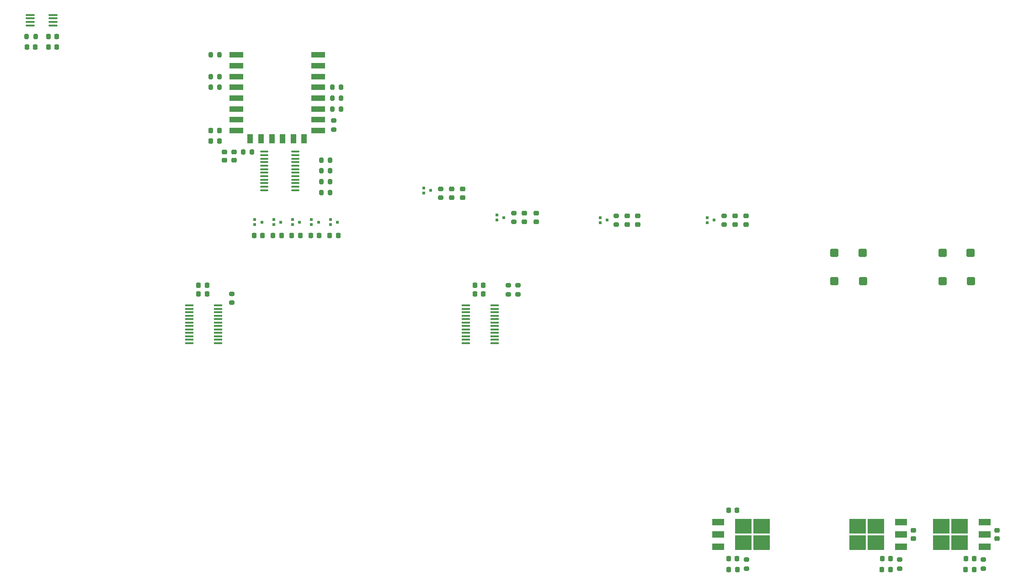
<source format=gbr>
%TF.GenerationSoftware,KiCad,Pcbnew,(6.0.9)*%
%TF.CreationDate,2022-12-30T23:11:11-05:00*%
%TF.ProjectId,reflow,7265666c-6f77-42e6-9b69-6361645f7063,rev?*%
%TF.SameCoordinates,Original*%
%TF.FileFunction,Paste,Top*%
%TF.FilePolarity,Positive*%
%FSLAX46Y46*%
G04 Gerber Fmt 4.6, Leading zero omitted, Abs format (unit mm)*
G04 Created by KiCad (PCBNEW (6.0.9)) date 2022-12-30 23:11:11*
%MOMM*%
%LPD*%
G01*
G04 APERTURE LIST*
G04 Aperture macros list*
%AMRoundRect*
0 Rectangle with rounded corners*
0 $1 Rounding radius*
0 $2 $3 $4 $5 $6 $7 $8 $9 X,Y pos of 4 corners*
0 Add a 4 corners polygon primitive as box body*
4,1,4,$2,$3,$4,$5,$6,$7,$8,$9,$2,$3,0*
0 Add four circle primitives for the rounded corners*
1,1,$1+$1,$2,$3*
1,1,$1+$1,$4,$5*
1,1,$1+$1,$6,$7*
1,1,$1+$1,$8,$9*
0 Add four rect primitives between the rounded corners*
20,1,$1+$1,$2,$3,$4,$5,0*
20,1,$1+$1,$4,$5,$6,$7,0*
20,1,$1+$1,$6,$7,$8,$9,0*
20,1,$1+$1,$8,$9,$2,$3,0*%
G04 Aperture macros list end*
%ADD10RoundRect,0.218750X0.256250X-0.218750X0.256250X0.218750X-0.256250X0.218750X-0.256250X-0.218750X0*%
%ADD11R,1.600000X0.410000*%
%ADD12RoundRect,0.218750X0.218750X0.256250X-0.218750X0.256250X-0.218750X-0.256250X0.218750X-0.256250X0*%
%ADD13RoundRect,0.200000X0.200000X0.275000X-0.200000X0.275000X-0.200000X-0.275000X0.200000X-0.275000X0*%
%ADD14RoundRect,0.200000X-0.275000X0.200000X-0.275000X-0.200000X0.275000X-0.200000X0.275000X0.200000X0*%
%ADD15R,0.600000X0.500000*%
%ADD16RoundRect,0.200000X0.275000X-0.200000X0.275000X0.200000X-0.275000X0.200000X-0.275000X-0.200000X0*%
%ADD17RoundRect,0.225000X-0.250000X0.225000X-0.250000X-0.225000X0.250000X-0.225000X0.250000X0.225000X0*%
%ADD18R,3.050000X2.750000*%
%ADD19R,2.200000X1.200000*%
%ADD20RoundRect,0.225000X-0.225000X-0.250000X0.225000X-0.250000X0.225000X0.250000X-0.225000X0.250000X0*%
%ADD21RoundRect,0.100000X-0.637500X-0.100000X0.637500X-0.100000X0.637500X0.100000X-0.637500X0.100000X0*%
%ADD22R,2.500000X1.000000*%
%ADD23R,1.000000X1.800000*%
%ADD24RoundRect,0.225000X0.225000X0.250000X-0.225000X0.250000X-0.225000X-0.250000X0.225000X-0.250000X0*%
%ADD25RoundRect,0.200000X-0.200000X-0.275000X0.200000X-0.275000X0.200000X0.275000X-0.200000X0.275000X0*%
%ADD26RoundRect,0.100000X-0.712500X-0.100000X0.712500X-0.100000X0.712500X0.100000X-0.712500X0.100000X0*%
%ADD27RoundRect,0.400000X0.400000X0.400000X-0.400000X0.400000X-0.400000X-0.400000X0.400000X-0.400000X0*%
G04 APERTURE END LIST*
D10*
%TO.C,D7*%
X140500000Y-72287500D03*
X140500000Y-70712500D03*
%TD*%
D11*
%TO.C,U7*%
X89945700Y-92307500D03*
X89945700Y-92942500D03*
X89945700Y-93577500D03*
X89945700Y-94212500D03*
X89945700Y-94847500D03*
X89945700Y-95482500D03*
X89945700Y-96117500D03*
X89945700Y-96752500D03*
X89945700Y-97387500D03*
X89945700Y-98022500D03*
X89945700Y-98657500D03*
X89945700Y-99292500D03*
X95254300Y-99292500D03*
X95254300Y-98657500D03*
X95254300Y-98022500D03*
X95254300Y-97387500D03*
X95254300Y-96752500D03*
X95254300Y-96117500D03*
X95254300Y-95482500D03*
X95254300Y-94847500D03*
X95254300Y-94212500D03*
X95254300Y-93577500D03*
X95254300Y-92942500D03*
X95254300Y-92307500D03*
%TD*%
D12*
%TO.C,D18*%
X103487500Y-79350000D03*
X101912500Y-79350000D03*
%TD*%
D13*
%TO.C,R17*%
X116025000Y-65350000D03*
X114375000Y-65350000D03*
%TD*%
D12*
%TO.C,D15*%
X113987500Y-79350000D03*
X112412500Y-79350000D03*
%TD*%
D14*
%TO.C,R23*%
X150800000Y-88575000D03*
X150800000Y-90225000D03*
%TD*%
D15*
%TO.C,Q3*%
X146850000Y-75500000D03*
X146850000Y-76500000D03*
X148150000Y-76000000D03*
%TD*%
D16*
%TO.C,R15*%
X221500000Y-141125000D03*
X221500000Y-139475000D03*
%TD*%
D15*
%TO.C,Q6*%
X105550000Y-76350000D03*
X105550000Y-77350000D03*
X106850000Y-76850000D03*
%TD*%
D13*
%TO.C,R9*%
X118025000Y-53850000D03*
X116375000Y-53850000D03*
%TD*%
%TO.C,R11*%
X118025000Y-55850000D03*
X116375000Y-55850000D03*
%TD*%
D16*
%TO.C,R3*%
X150000000Y-76825000D03*
X150000000Y-75175000D03*
%TD*%
%TO.C,R2*%
X169000000Y-77325000D03*
X169000000Y-75675000D03*
%TD*%
D11*
%TO.C,U8*%
X141145700Y-92307500D03*
X141145700Y-92942500D03*
X141145700Y-93577500D03*
X141145700Y-94212500D03*
X141145700Y-94847500D03*
X141145700Y-95482500D03*
X141145700Y-96117500D03*
X141145700Y-96752500D03*
X141145700Y-97387500D03*
X141145700Y-98022500D03*
X141145700Y-98657500D03*
X141145700Y-99292500D03*
X146454300Y-99292500D03*
X146454300Y-98657500D03*
X146454300Y-98022500D03*
X146454300Y-97387500D03*
X146454300Y-96752500D03*
X146454300Y-96117500D03*
X146454300Y-95482500D03*
X146454300Y-94847500D03*
X146454300Y-94212500D03*
X146454300Y-93577500D03*
X146454300Y-92942500D03*
X146454300Y-92307500D03*
%TD*%
D15*
%TO.C,Q2*%
X166000000Y-76000000D03*
X166000000Y-77000000D03*
X167300000Y-76500000D03*
%TD*%
D17*
%TO.C,C14*%
X96400000Y-63825000D03*
X96400000Y-65375000D03*
%TD*%
D10*
%TO.C,D2*%
X173000000Y-77287500D03*
X173000000Y-75712500D03*
%TD*%
D15*
%TO.C,Q5*%
X112550000Y-76350000D03*
X112550000Y-77350000D03*
X113850000Y-76850000D03*
%TD*%
D10*
%TO.C,D1*%
X193000000Y-77287500D03*
X193000000Y-75712500D03*
%TD*%
D14*
%TO.C,R21*%
X149000000Y-88575000D03*
X149000000Y-90225000D03*
%TD*%
D18*
%TO.C,U5*%
X217075000Y-133275000D03*
X213725000Y-133275000D03*
X217075000Y-136325000D03*
X213725000Y-136325000D03*
D19*
X221700000Y-137080000D03*
X221700000Y-134800000D03*
X221700000Y-132520000D03*
%TD*%
D20*
%TO.C,C8*%
X189825000Y-130300000D03*
X191375000Y-130300000D03*
%TD*%
D10*
%TO.C,D5*%
X171000000Y-77287500D03*
X171000000Y-75712500D03*
%TD*%
D13*
%TO.C,R16*%
X101525000Y-63850000D03*
X99875000Y-63850000D03*
%TD*%
D20*
%TO.C,C1*%
X93925000Y-59850000D03*
X95475000Y-59850000D03*
%TD*%
D12*
%TO.C,D12*%
X235287500Y-141300000D03*
X233712500Y-141300000D03*
%TD*%
D17*
%TO.C,C9*%
X239500000Y-134025000D03*
X239500000Y-135575000D03*
%TD*%
D21*
%TO.C,U6*%
X103837500Y-63775000D03*
X103837500Y-64425000D03*
X103837500Y-65075000D03*
X103837500Y-65725000D03*
X103837500Y-66375000D03*
X103837500Y-67025000D03*
X103837500Y-67675000D03*
X103837500Y-68325000D03*
X103837500Y-68975000D03*
X103837500Y-69625000D03*
X103837500Y-70275000D03*
X103837500Y-70925000D03*
X109562500Y-70925000D03*
X109562500Y-70275000D03*
X109562500Y-69625000D03*
X109562500Y-68975000D03*
X109562500Y-68325000D03*
X109562500Y-67675000D03*
X109562500Y-67025000D03*
X109562500Y-66375000D03*
X109562500Y-65725000D03*
X109562500Y-65075000D03*
X109562500Y-64425000D03*
X109562500Y-63775000D03*
%TD*%
D22*
%TO.C,U1*%
X98600000Y-45850000D03*
X98600000Y-47850000D03*
X98600000Y-49850000D03*
X98600000Y-51850000D03*
X98600000Y-53850000D03*
X98600000Y-55850000D03*
X98600000Y-57850000D03*
X98600000Y-59850000D03*
D23*
X101200000Y-61350000D03*
X103200000Y-61350000D03*
X105200000Y-61350000D03*
X107200000Y-61350000D03*
X109200000Y-61350000D03*
X111200000Y-61350000D03*
D22*
X113800000Y-59850000D03*
X113800000Y-57850000D03*
X113800000Y-55850000D03*
X113800000Y-53850000D03*
X113800000Y-51850000D03*
X113800000Y-49850000D03*
X113800000Y-47850000D03*
X113800000Y-45850000D03*
%TD*%
D17*
%TO.C,C10*%
X224000000Y-134025000D03*
X224000000Y-135575000D03*
%TD*%
D16*
%TO.C,R14*%
X237000000Y-141125000D03*
X237000000Y-139475000D03*
%TD*%
D19*
%TO.C,U3*%
X187900000Y-137080000D03*
X187900000Y-134800000D03*
X187900000Y-132520000D03*
D18*
X195875000Y-136325000D03*
X195875000Y-133275000D03*
X192525000Y-136325000D03*
X192525000Y-133275000D03*
%TD*%
D13*
%TO.C,R8*%
X95525000Y-51850000D03*
X93875000Y-51850000D03*
%TD*%
%TO.C,R12*%
X118025000Y-51850000D03*
X116375000Y-51850000D03*
%TD*%
D15*
%TO.C,Q9*%
X102050000Y-76350000D03*
X102050000Y-77350000D03*
X103350000Y-76850000D03*
%TD*%
D24*
%TO.C,C18*%
X93175000Y-88600000D03*
X91625000Y-88600000D03*
%TD*%
D12*
%TO.C,D11*%
X189812500Y-141300000D03*
X191387500Y-141300000D03*
%TD*%
D14*
%TO.C,R10*%
X116700000Y-58025000D03*
X116700000Y-59675000D03*
%TD*%
D12*
%TO.C,D14*%
X110487500Y-79350000D03*
X108912500Y-79350000D03*
%TD*%
D20*
%TO.C,C3*%
X59825000Y-44400000D03*
X61375000Y-44400000D03*
%TD*%
D16*
%TO.C,R4*%
X136500000Y-72325000D03*
X136500000Y-70675000D03*
%TD*%
D20*
%TO.C,C2*%
X93925000Y-61850000D03*
X95475000Y-61850000D03*
%TD*%
D10*
%TO.C,D3*%
X154200000Y-76787500D03*
X154200000Y-75212500D03*
%TD*%
D20*
%TO.C,C12*%
X233725000Y-139300000D03*
X235275000Y-139300000D03*
%TD*%
D12*
%TO.C,D13*%
X219787500Y-141300000D03*
X218212500Y-141300000D03*
%TD*%
D18*
%TO.C,U4*%
X232575000Y-133275000D03*
X229225000Y-133275000D03*
X229225000Y-136325000D03*
X232575000Y-136325000D03*
D19*
X237200000Y-137080000D03*
X237200000Y-134800000D03*
X237200000Y-132520000D03*
%TD*%
D25*
%TO.C,R5*%
X93875000Y-49850000D03*
X95525000Y-49850000D03*
%TD*%
D15*
%TO.C,Q8*%
X116050000Y-76350000D03*
X116050000Y-77350000D03*
X117350000Y-76850000D03*
%TD*%
D26*
%TO.C,U2*%
X60487500Y-38425000D03*
X60487500Y-39075000D03*
X60487500Y-39725000D03*
X60487500Y-40375000D03*
X64712500Y-40375000D03*
X64712500Y-39725000D03*
X64712500Y-39075000D03*
X64712500Y-38425000D03*
%TD*%
D13*
%TO.C,R19*%
X116025000Y-69350000D03*
X114375000Y-69350000D03*
%TD*%
D12*
%TO.C,D16*%
X117487500Y-79350000D03*
X115912500Y-79350000D03*
%TD*%
D24*
%TO.C,C16*%
X93175000Y-90200000D03*
X91625000Y-90200000D03*
%TD*%
D15*
%TO.C,Q4*%
X133350000Y-70500000D03*
X133350000Y-71500000D03*
X134650000Y-71000000D03*
%TD*%
D16*
%TO.C,R13*%
X193100000Y-139475000D03*
X193100000Y-141125000D03*
%TD*%
D20*
%TO.C,C13*%
X218225000Y-139300000D03*
X219775000Y-139300000D03*
%TD*%
%TO.C,C11*%
X191375000Y-139300000D03*
X189825000Y-139300000D03*
%TD*%
D15*
%TO.C,Q7*%
X109050000Y-76350000D03*
X109050000Y-77350000D03*
X110350000Y-76850000D03*
%TD*%
D13*
%TO.C,R18*%
X116025000Y-67350000D03*
X114375000Y-67350000D03*
%TD*%
D20*
%TO.C,C5*%
X63825000Y-44400000D03*
X65375000Y-44400000D03*
%TD*%
D25*
%TO.C,R6*%
X93875000Y-45850000D03*
X95525000Y-45850000D03*
%TD*%
D14*
%TO.C,R22*%
X97800000Y-90175000D03*
X97800000Y-91825000D03*
%TD*%
D24*
%TO.C,C19*%
X144375000Y-88600000D03*
X142825000Y-88600000D03*
%TD*%
D27*
%TO.C,D10*%
X229400000Y-87800000D03*
X234700000Y-87800000D03*
X229400000Y-82600000D03*
X234600000Y-82600000D03*
%TD*%
D20*
%TO.C,C4*%
X63825000Y-42400000D03*
X65375000Y-42400000D03*
%TD*%
D10*
%TO.C,D4*%
X191000000Y-77287500D03*
X191000000Y-75712500D03*
%TD*%
D25*
%TO.C,R7*%
X59775000Y-42400000D03*
X61425000Y-42400000D03*
%TD*%
D27*
%TO.C,D9*%
X209400000Y-87800000D03*
X214700000Y-87800000D03*
X209400000Y-82600000D03*
X214600000Y-82600000D03*
%TD*%
D17*
%TO.C,C15*%
X98200000Y-63825000D03*
X98200000Y-65375000D03*
%TD*%
D10*
%TO.C,D8*%
X138500000Y-72287500D03*
X138500000Y-70712500D03*
%TD*%
D16*
%TO.C,R1*%
X189000000Y-77325000D03*
X189000000Y-75675000D03*
%TD*%
D25*
%TO.C,R20*%
X114375000Y-71350000D03*
X116025000Y-71350000D03*
%TD*%
D10*
%TO.C,D6*%
X152000000Y-76787500D03*
X152000000Y-75212500D03*
%TD*%
D15*
%TO.C,Q1*%
X185850000Y-76000000D03*
X185850000Y-77000000D03*
X187150000Y-76500000D03*
%TD*%
D12*
%TO.C,D17*%
X106987500Y-79350000D03*
X105412500Y-79350000D03*
%TD*%
D24*
%TO.C,C17*%
X144375000Y-90200000D03*
X142825000Y-90200000D03*
%TD*%
M02*

</source>
